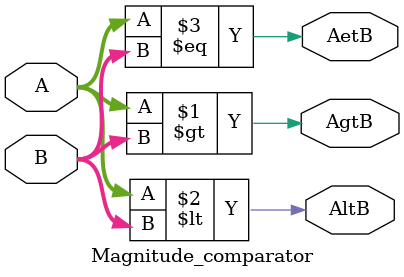
<source format=v>
`timescale 1ns / 1ps
module Magnitude_comparator(
    input [3:0] A,
    input [3:0] B,
    output AgtB,
    output AltB,
    output AetB
);

assign AgtB = (A > B);
assign AltB = (A < B);
assign AetB = (A == B);

endmodule

</source>
